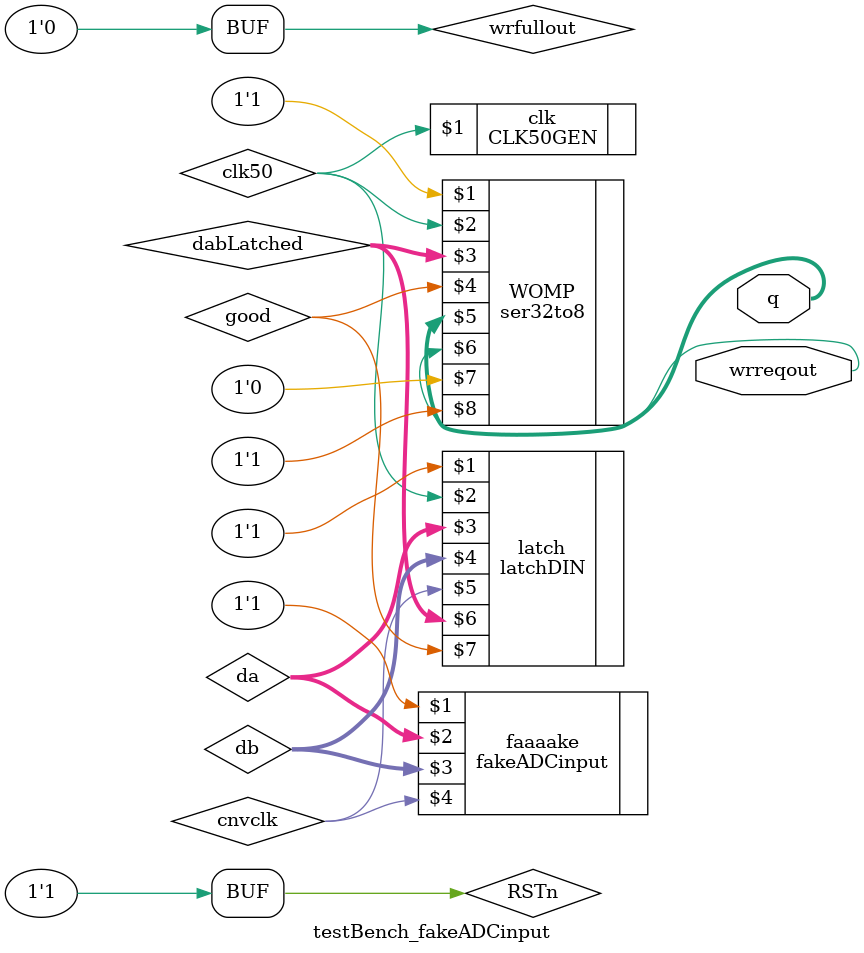
<source format=v>
`timescale 1 ps / 1 ps

module testBench_fakeADCinput(
	output [7:0] q,
	output wrreqout
);

	wire [15:0] da, db;
	wire [31:0] dabLatched;
	wire cnvclk, clk50, good;
	
	reg wrfullout = 0;
	reg RSTn = 1;
	
	initial begin
		#5000 RSTn = 0;
		#5000 RSTn = 1;
		#490000 wrfullout = 1;
		#250000 wrfullout = 0;
	end
	
	fakeADCinput faaaake(RSTn, da, db, cnvclk);
	latchDIN latch(RSTn, clk50, da, db, cnvclk, dabLatched, good);
	CLK50GEN clk(clk50);
	ser32to8 WOMP(RSTn, clk50, dabLatched, good, q, wrreqout, wrfullout, 1'b1);
	
endmodule

</source>
